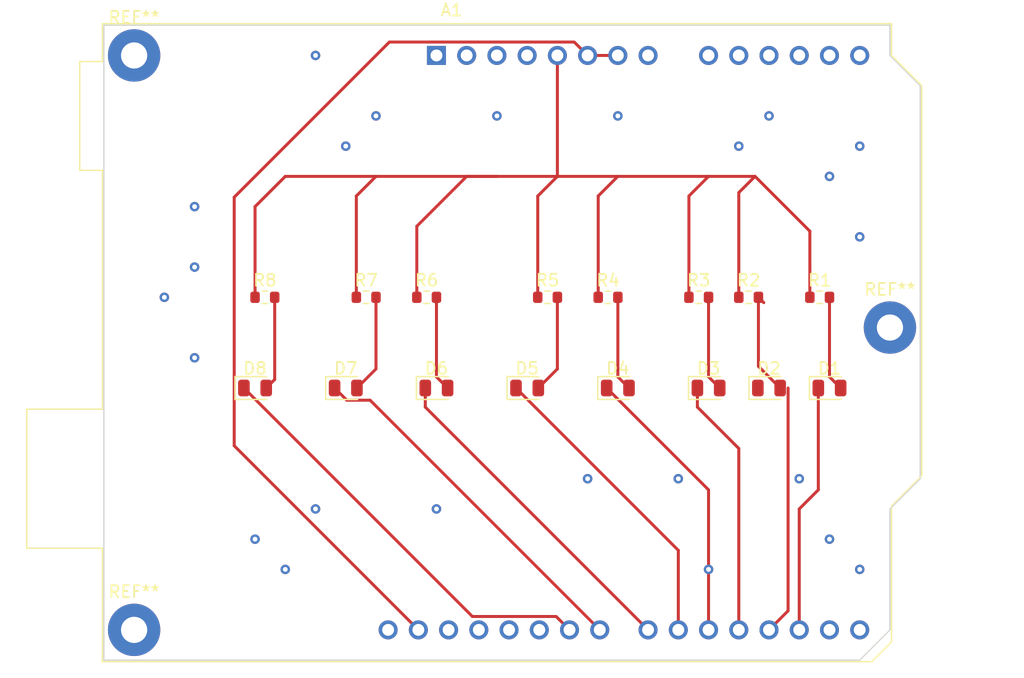
<source format=kicad_pcb>
(kicad_pcb (version 20221018) (generator pcbnew)
  (layers (0 "F.Cu" signal) (31 "B.Cu" signal) (34 "B.Paste" user) (35 "F.Paste" user) (36 "B.SilkS" user "B.Silkscreen") (37 "F.SilkS" user "F.Silkscreen") (38 "B.Mask" user) (39 "F.Mask" user) (44 "Edge.Cuts" user))
  (net 0 "")
  (net 5 "Net-(A1-+5V)")
  (net 6 "GND")
  (net 16 "Net-(A1-D2)")
  (net 17 "Net-(A1-D3)")
  (net 18 "Net-(A1-D4)")
  (net 19 "Net-(A1-D5)")
  (net 20 "Net-(A1-D6)")
  (net 21 "Net-(A1-D8)")
  (net 22 "Net-(A1-D9)")
  (net 28 "Net-(D1-A)")
  (net 29 "Net-(D2-A)")
  (net 30 "Net-(A1-D7)")
  (net 31 "Net-(D3-A)")
  (net 32 "Net-(D4-A)")
  (net 33 "Net-(D5-A)")
  (net 34 "Net-(D6-A)")
  (net 35 "Net-(D7-A)")
  (net 36 "Net-(D8-A)")
  (footprint "Resistor_SMD:R_0603_1608Metric" (layer "F.Cu") (at 128.715 88.9)
    (fp_text reference "R6" (at 0 -1.43) (layer "F.SilkS"))
    (fp_text value "R_Small_US")
    (fp_line (start -0.237258 -0.5225) (end 0.237258 -0.5225) (stroke (width 0.12)) (layer "F.SilkS"))
    (fp_line (start -0.237258 0.5225) (end 0.237258 0.5225) (stroke (width 0.12)) (layer "F.SilkS"))
    (pad "1" smd roundrect (at -0.825 0) (size 0.8 0.95) (layers "F.Cu" "F.Paste" "F.Mask") (net 5 "Net-(A1-+5V)"))
    (pad "2" smd roundrect (at 0.825 0) (size 0.8 0.95) (layers "F.Cu" "F.Paste" "F.Mask") (net 34 "Net-(D6-A)"))
  )
  (footprint "MountingHole:MountingHole_2.2mm_M2_Pad" (layer "F.Cu") (at 167.64 91.44)
    (fp_text reference "REF**" (at 0 -3.2) (layer "F.SilkS"))
    (fp_text value "MountingHole_2.2mm_M2_Pad")
    (pad "1" thru_hole circle (at 0 0) (size 4.4 4.4) (drill 2.2) (layers "*.Cu" "*.Mask"))
  )
  (footprint "MountingHole:MountingHole_2.2mm_M2_Pad" (layer "F.Cu") (at 104.14 116.84)
    (fp_text reference "REF**" (at 0 -3.2) (layer "F.SilkS"))
    (fp_text value "MountingHole_2.2mm_M2_Pad")
    (pad "1" thru_hole circle (at 0 0) (size 4.4 4.4) (drill 2.2) (layers "*.Cu" "*.Mask"))
  )
  (footprint "LED_SMD:LED_0805_2012Metric" (layer "F.Cu") (at 162.56 96.52)
    (fp_text reference "D1" (at 0 -1.65) (layer "F.SilkS"))
    (fp_text value "LED")
    (fp_line (start -1.685 -0.96) (end -1.685 0.96) (stroke (width 0.12)) (layer "F.SilkS"))
    (fp_line (start -1.685 0.96) (end 1 0.96) (stroke (width 0.12)) (layer "F.SilkS"))
    (fp_line (start 1 -0.96) (end -1.685 -0.96) (stroke (width 0.12)) (layer "F.SilkS"))
    (pad "1" smd roundrect (at -0.9375 0) (size 0.975 1.4) (layers "F.Cu" "F.Paste" "F.Mask") (net 16 "Net-(A1-D2)"))
    (pad "2" smd roundrect (at 0.9375 0) (size 0.975 1.4) (layers "F.Cu" "F.Paste" "F.Mask") (net 28 "Net-(D1-A)"))
  )
  (footprint "LED_SMD:LED_0805_2012Metric" (layer "F.Cu") (at 114.3 96.52)
    (fp_text reference "D8" (at 0 -1.65) (layer "F.SilkS"))
    (fp_text value "LED")
    (fp_line (start -1.685 -0.96) (end -1.685 0.96) (stroke (width 0.12)) (layer "F.SilkS"))
    (fp_line (start -1.685 0.96) (end 1 0.96) (stroke (width 0.12)) (layer "F.SilkS"))
    (fp_line (start 1 -0.96) (end -1.685 -0.96) (stroke (width 0.12)) (layer "F.SilkS"))
    (pad "1" smd roundrect (at -0.9375 0) (size 0.975 1.4) (layers "F.Cu" "F.Paste" "F.Mask") (net 22 "Net-(A1-D9)"))
    (pad "2" smd roundrect (at 0.9375 0) (size 0.975 1.4) (layers "F.Cu" "F.Paste" "F.Mask") (net 36 "Net-(D8-A)"))
  )
  (footprint "Resistor_SMD:R_0603_1608Metric" (layer "F.Cu") (at 115.125 88.9)
    (fp_text reference "R8" (at 0 -1.43) (layer "F.SilkS"))
    (fp_text value "R_Small_US")
    (fp_line (start -0.237258 -0.5225) (end 0.237258 -0.5225) (stroke (width 0.12)) (layer "F.SilkS"))
    (fp_line (start -0.237258 0.5225) (end 0.237258 0.5225) (stroke (width 0.12)) (layer "F.SilkS"))
    (pad "1" smd roundrect (at -0.825 0) (size 0.8 0.95) (layers "F.Cu" "F.Paste" "F.Mask") (net 5 "Net-(A1-+5V)"))
    (pad "2" smd roundrect (at 0.825 0) (size 0.8 0.95) (layers "F.Cu" "F.Paste" "F.Mask") (net 36 "Net-(D8-A)"))
  )
  (footprint "Resistor_SMD:R_0603_1608Metric" (layer "F.Cu") (at 155.765 88.9)
    (fp_text reference "R2" (at 0 -1.43) (layer "F.SilkS"))
    (fp_text value "R_Small_US")
    (fp_line (start -0.237258 -0.5225) (end 0.237258 -0.5225) (stroke (width 0.12)) (layer "F.SilkS"))
    (fp_line (start -0.237258 0.5225) (end 0.237258 0.5225) (stroke (width 0.12)) (layer "F.SilkS"))
    (pad "1" smd roundrect (at -0.825 0) (size 0.8 0.95) (layers "F.Cu" "F.Paste" "F.Mask") (net 5 "Net-(A1-+5V)"))
    (pad "2" smd roundrect (at 0.825 0) (size 0.8 0.95) (layers "F.Cu" "F.Paste" "F.Mask") (net 29 "Net-(D2-A)"))
  )
  (footprint "LED_SMD:LED_0805_2012Metric" (layer "F.Cu") (at 129.54 96.52)
    (fp_text reference "D6" (at 0 -1.65) (layer "F.SilkS"))
    (fp_text value "LED")
    (fp_line (start -1.685 -0.96) (end -1.685 0.96) (stroke (width 0.12)) (layer "F.SilkS"))
    (fp_line (start -1.685 0.96) (end 1 0.96) (stroke (width 0.12)) (layer "F.SilkS"))
    (fp_line (start 1 -0.96) (end -1.685 -0.96) (stroke (width 0.12)) (layer "F.SilkS"))
    (pad "1" smd roundrect (at -0.9375 0) (size 0.975 1.4) (layers "F.Cu" "F.Paste" "F.Mask") (net 30 "Net-(A1-D7)"))
    (pad "2" smd roundrect (at 0.9375 0) (size 0.975 1.4) (layers "F.Cu" "F.Paste" "F.Mask") (net 34 "Net-(D6-A)"))
  )
  (footprint "LED_SMD:LED_0805_2012Metric" (layer "F.Cu") (at 137.16 96.52)
    (fp_text reference "D5" (at 0 -1.65) (layer "F.SilkS"))
    (fp_text value "LED")
    (fp_line (start -1.685 -0.96) (end -1.685 0.96) (stroke (width 0.12)) (layer "F.SilkS"))
    (fp_line (start -1.685 0.96) (end 1 0.96) (stroke (width 0.12)) (layer "F.SilkS"))
    (fp_line (start 1 -0.96) (end -1.685 -0.96) (stroke (width 0.12)) (layer "F.SilkS"))
    (pad "1" smd roundrect (at -0.9375 0) (size 0.975 1.4) (layers "F.Cu" "F.Paste" "F.Mask") (net 20 "Net-(A1-D6)"))
    (pad "2" smd roundrect (at 0.9375 0) (size 0.975 1.4) (layers "F.Cu" "F.Paste" "F.Mask") (net 33 "Net-(D5-A)"))
  )
  (footprint "LED_SMD:LED_0805_2012Metric" (layer "F.Cu") (at 152.4 96.52)
    (fp_text reference "D3" (at 0 -1.65) (layer "F.SilkS"))
    (fp_text value "LED")
    (fp_line (start -1.685 -0.96) (end -1.685 0.96) (stroke (width 0.12)) (layer "F.SilkS"))
    (fp_line (start -1.685 0.96) (end 1 0.96) (stroke (width 0.12)) (layer "F.SilkS"))
    (fp_line (start 1 -0.96) (end -1.685 -0.96) (stroke (width 0.12)) (layer "F.SilkS"))
    (pad "1" smd roundrect (at -0.9375 0) (size 0.975 1.4) (layers "F.Cu" "F.Paste" "F.Mask") (net 18 "Net-(A1-D4)"))
    (pad "2" smd roundrect (at 0.9375 0) (size 0.975 1.4) (layers "F.Cu" "F.Paste" "F.Mask") (net 31 "Net-(D3-A)"))
  )
  (footprint "MountingHole:MountingHole_2.2mm_M2_Pad" (layer "F.Cu") (at 104.14 68.58)
    (fp_text reference "REF**" (at 0 -3.2) (layer "F.SilkS"))
    (fp_text value "MountingHole_2.2mm_M2_Pad")
    (pad "1" thru_hole circle (at 0 0) (size 4.4 4.4) (drill 2.2) (layers "*.Cu" "*.Mask"))
  )
  (footprint "Resistor_SMD:R_0603_1608Metric" (layer "F.Cu") (at 151.575 88.9)
    (fp_text reference "R3" (at 0 -1.43) (layer "F.SilkS"))
    (fp_text value "R_Small_US")
    (fp_line (start -0.237258 -0.5225) (end 0.237258 -0.5225) (stroke (width 0.12)) (layer "F.SilkS"))
    (fp_line (start -0.237258 0.5225) (end 0.237258 0.5225) (stroke (width 0.12)) (layer "F.SilkS"))
    (pad "1" smd roundrect (at -0.825 0) (size 0.8 0.95) (layers "F.Cu" "F.Paste" "F.Mask") (net 5 "Net-(A1-+5V)"))
    (pad "2" smd roundrect (at 0.825 0) (size 0.8 0.95) (layers "F.Cu" "F.Paste" "F.Mask") (net 31 "Net-(D3-A)"))
  )
  (footprint "Resistor_SMD:R_0603_1608Metric" (layer "F.Cu") (at 143.955 88.9)
    (fp_text reference "R4" (at 0 -1.43) (layer "F.SilkS"))
    (fp_text value "R_Small_US")
    (fp_line (start -0.237258 -0.5225) (end 0.237258 -0.5225) (stroke (width 0.12)) (layer "F.SilkS"))
    (fp_line (start -0.237258 0.5225) (end 0.237258 0.5225) (stroke (width 0.12)) (layer "F.SilkS"))
    (pad "1" smd roundrect (at -0.825 0) (size 0.8 0.95) (layers "F.Cu" "F.Paste" "F.Mask") (net 5 "Net-(A1-+5V)"))
    (pad "2" smd roundrect (at 0.825 0) (size 0.8 0.95) (layers "F.Cu" "F.Paste" "F.Mask") (net 32 "Net-(D4-A)"))
  )
  (footprint "Resistor_SMD:R_0603_1608Metric" (layer "F.Cu") (at 123.635 88.9)
    (fp_text reference "R7" (at 0 -1.43) (layer "F.SilkS"))
    (fp_text value "R_Small_US")
    (fp_line (start -0.237258 -0.5225) (end 0.237258 -0.5225) (stroke (width 0.12)) (layer "F.SilkS"))
    (fp_line (start -0.237258 0.5225) (end 0.237258 0.5225) (stroke (width 0.12)) (layer "F.SilkS"))
    (pad "1" smd roundrect (at -0.825 0) (size 0.8 0.95) (layers "F.Cu" "F.Paste" "F.Mask") (net 5 "Net-(A1-+5V)"))
    (pad "2" smd roundrect (at 0.825 0) (size 0.8 0.95) (layers "F.Cu" "F.Paste" "F.Mask") (net 35 "Net-(D7-A)"))
  )
  (footprint "Resistor_SMD:R_0603_1608Metric" (layer "F.Cu") (at 161.735 88.9)
    (fp_text reference "R1" (at 0 -1.43) (layer "F.SilkS"))
    (fp_text value "R_Small_US")
    (fp_line (start -0.237258 -0.5225) (end 0.237258 -0.5225) (stroke (width 0.12)) (layer "F.SilkS"))
    (fp_line (start -0.237258 0.5225) (end 0.237258 0.5225) (stroke (width 0.12)) (layer "F.SilkS"))
    (pad "1" smd roundrect (at -0.825 0) (size 0.8 0.95) (layers "F.Cu" "F.Paste" "F.Mask") (net 5 "Net-(A1-+5V)"))
    (pad "2" smd roundrect (at 0.825 0) (size 0.8 0.95) (layers "F.Cu" "F.Paste" "F.Mask") (net 28 "Net-(D1-A)"))
  )
  (footprint "LED_SMD:LED_0805_2012Metric" (layer "F.Cu") (at 157.48 96.52)
    (fp_text reference "D2" (at 0 -1.65) (layer "F.SilkS"))
    (fp_text value "LED")
    (fp_line (start -1.685 -0.96) (end -1.685 0.96) (stroke (width 0.12)) (layer "F.SilkS"))
    (fp_line (start -1.685 0.96) (end 1 0.96) (stroke (width 0.12)) (layer "F.SilkS"))
    (fp_line (start 1 -0.96) (end -1.685 -0.96) (stroke (width 0.12)) (layer "F.SilkS"))
    (pad "1" smd roundrect (at -0.9375 0) (size 0.975 1.4) (layers "F.Cu" "F.Paste" "F.Mask") (net 17 "Net-(A1-D3)"))
    (pad "2" smd roundrect (at 0.9375 0) (size 0.975 1.4) (layers "F.Cu" "F.Paste" "F.Mask") (net 29 "Net-(D2-A)"))
  )
  (footprint "LED_SMD:LED_0805_2012Metric" (layer "F.Cu") (at 144.78 96.52)
    (fp_text reference "D4" (at 0 -1.65) (layer "F.SilkS"))
    (fp_text value "LED")
    (fp_line (start -1.685 -0.96) (end -1.685 0.96) (stroke (width 0.12)) (layer "F.SilkS"))
    (fp_line (start -1.685 0.96) (end 1 0.96) (stroke (width 0.12)) (layer "F.SilkS"))
    (fp_line (start 1 -0.96) (end -1.685 -0.96) (stroke (width 0.12)) (layer "F.SilkS"))
    (pad "1" smd roundrect (at -0.9375 0) (size 0.975 1.4) (layers "F.Cu" "F.Paste" "F.Mask") (net 19 "Net-(A1-D5)"))
    (pad "2" smd roundrect (at 0.9375 0) (size 0.975 1.4) (layers "F.Cu" "F.Paste" "F.Mask") (net 32 "Net-(D4-A)"))
  )
  (footprint "Resistor_SMD:R_0603_1608Metric" (layer "F.Cu") (at 138.875 88.9)
    (fp_text reference "R5" (at 0 -1.43) (layer "F.SilkS"))
    (fp_text value "R_Small_US")
    (fp_line (start -0.237258 -0.5225) (end 0.237258 -0.5225) (stroke (width 0.12)) (layer "F.SilkS"))
    (fp_line (start -0.237258 0.5225) (end 0.237258 0.5225) (stroke (width 0.12)) (layer "F.SilkS"))
    (pad "1" smd roundrect (at -0.825 0) (size 0.8 0.95) (layers "F.Cu" "F.Paste" "F.Mask") (net 5 "Net-(A1-+5V)"))
    (pad "2" smd roundrect (at 0.825 0) (size 0.8 0.95) (layers "F.Cu" "F.Paste" "F.Mask") (net 33 "Net-(D5-A)"))
  )
  (footprint "Module:Arduino_UNO_R2" (layer "F.Cu") (at 129.54 68.58)
    (fp_text reference "A1" (at 1.27 -3.81 180) (layer "F.SilkS"))
    (fp_text value "Arduino_UNO_R2")
    (fp_line (start -34.42 29.72) (end -34.42 41.4) (stroke (width 0.12)) (layer "F.SilkS"))
    (fp_line (start -34.42 41.4) (end -28.07 41.4) (stroke (width 0.12)) (layer "F.SilkS"))
    (fp_line (start -29.97 0.51) (end -29.97 9.65) (stroke (width 0.12)) (layer "F.SilkS"))
    (fp_line (start -29.97 9.65) (end -28.07 9.65) (stroke (width 0.12)) (layer "F.SilkS"))
    (fp_line (start -28.07 -2.67) (end -28.07 0.51) (stroke (width 0.12)) (layer "F.SilkS"))
    (fp_line (start -28.07 0.51) (end -29.97 0.51) (stroke (width 0.12)) (layer "F.SilkS"))
    (fp_line (start -28.07 9.65) (end -28.07 29.72) (stroke (width 0.12)) (layer "F.SilkS"))
    (fp_line (start -28.07 29.72) (end -34.42 29.72) (stroke (width 0.12)) (layer "F.SilkS"))
    (fp_line (start -28.07 41.4) (end -28.07 50.93) (stroke (width 0.12)) (layer "F.SilkS"))
    (fp_line (start -28.07 50.93) (end 36.58 50.93) (stroke (width 0.12)) (layer "F.SilkS"))
    (fp_line (start 36.58 50.93) (end 38.23 49.28) (stroke (width 0.12)) (layer "F.SilkS"))
    (fp_line (start 38.23 -2.67) (end -28.07 -2.67) (stroke (width 0.12)) (layer "F.SilkS"))
    (fp_line (start 38.23 0) (end 38.23 -2.67) (stroke (width 0.12)) (layer "F.SilkS"))
    (fp_line (start 38.23 37.85) (end 40.77 35.31) (stroke (width 0.12)) (layer "F.SilkS"))
    (fp_line (start 38.23 49.28) (end 38.23 37.85) (stroke (width 0.12)) (layer "F.SilkS"))
    (fp_line (start 40.77 2.54) (end 38.23 0) (stroke (width 0.12)) (layer "F.SilkS"))
    (fp_line (start 40.77 35.31) (end 40.77 2.54) (stroke (width 0.12)) (layer "F.SilkS"))
    (pad "1" thru_hole rect (at 0 0 90) (size 1.6 1.6) (drill 1) (layers "*.Cu" "*.Mask"))
    (pad "2" thru_hole oval (at 2.54 0 90) (size 1.6 1.6) (drill 1) (layers "*.Cu" "*.Mask"))
    (pad "3" thru_hole oval (at 5.08 0 90) (size 1.6 1.6) (drill 1) (layers "*.Cu" "*.Mask"))
    (pad "4" thru_hole oval (at 7.62 0 90) (size 1.6 1.6) (drill 1) (layers "*.Cu" "*.Mask"))
    (pad "5" thru_hole oval (at 10.16 0 90) (size 1.6 1.6) (drill 1) (layers "*.Cu" "*.Mask") (net 5 "Net-(A1-+5V)"))
    (pad "6" thru_hole oval (at 12.7 0 90) (size 1.6 1.6) (drill 1) (layers "*.Cu" "*.Mask") (net 6 "GND"))
    (pad "7" thru_hole oval (at 15.24 0 90) (size 1.6 1.6) (drill 1) (layers "*.Cu" "*.Mask") (net 6 "GND"))
    (pad "8" thru_hole oval (at 17.78 0 90) (size 1.6 1.6) (drill 1) (layers "*.Cu" "*.Mask"))
    (pad "9" thru_hole oval (at 22.86 0 90) (size 1.6 1.6) (drill 1) (layers "*.Cu" "*.Mask"))
    (pad "10" thru_hole oval (at 25.4 0 90) (size 1.6 1.6) (drill 1) (layers "*.Cu" "*.Mask"))
    (pad "11" thru_hole oval (at 27.94 0 90) (size 1.6 1.6) (drill 1) (layers "*.Cu" "*.Mask"))
    (pad "12" thru_hole oval (at 30.48 0 90) (size 1.6 1.6) (drill 1) (layers "*.Cu" "*.Mask"))
    (pad "13" thru_hole oval (at 33.02 0 90) (size 1.6 1.6) (drill 1) (layers "*.Cu" "*.Mask"))
    (pad "14" thru_hole oval (at 35.56 0 90) (size 1.6 1.6) (drill 1) (layers "*.Cu" "*.Mask"))
    (pad "15" thru_hole oval (at 35.56 48.26 90) (size 1.6 1.6) (drill 1) (layers "*.Cu" "*.Mask"))
    (pad "16" thru_hole oval (at 33.02 48.26 90) (size 1.6 1.6) (drill 1) (layers "*.Cu" "*.Mask"))
    (pad "17" thru_hole oval (at 30.48 48.26 90) (size 1.6 1.6) (drill 1) (layers "*.Cu" "*.Mask") (net 16 "Net-(A1-D2)"))
    (pad "18" thru_hole oval (at 27.94 48.26 90) (size 1.6 1.6) (drill 1) (layers "*.Cu" "*.Mask") (net 17 "Net-(A1-D3)"))
    (pad "19" thru_hole oval (at 25.4 48.26 90) (size 1.6 1.6) (drill 1) (layers "*.Cu" "*.Mask") (net 18 "Net-(A1-D4)"))
    (pad "20" thru_hole oval (at 22.86 48.26 90) (size 1.6 1.6) (drill 1) (layers "*.Cu" "*.Mask") (net 19 "Net-(A1-D5)"))
    (pad "21" thru_hole oval (at 20.32 48.26 90) (size 1.6 1.6) (drill 1) (layers "*.Cu" "*.Mask") (net 20 "Net-(A1-D6)"))
    (pad "22" thru_hole oval (at 17.78 48.26 90) (size 1.6 1.6) (drill 1) (layers "*.Cu" "*.Mask") (net 30 "Net-(A1-D7)"))
    (pad "23" thru_hole oval (at 13.72 48.26 90) (size 1.6 1.6) (drill 1) (layers "*.Cu" "*.Mask") (net 21 "Net-(A1-D8)"))
    (pad "24" thru_hole oval (at 11.18 48.26 90) (size 1.6 1.6) (drill 1) (layers "*.Cu" "*.Mask") (net 22 "Net-(A1-D9)"))
    (pad "25" thru_hole oval (at 8.64 48.26 90) (size 1.6 1.6) (drill 1) (layers "*.Cu" "*.Mask"))
    (pad "26" thru_hole oval (at 6.1 48.26 90) (size 1.6 1.6) (drill 1) (layers "*.Cu" "*.Mask"))
    (pad "27" thru_hole oval (at 3.56 48.26 90) (size 1.6 1.6) (drill 1) (layers "*.Cu" "*.Mask"))
    (pad "28" thru_hole oval (at 1.02 48.26 90) (size 1.6 1.6) (drill 1) (layers "*.Cu" "*.Mask"))
    (pad "29" thru_hole oval (at -1.52 48.26 90) (size 1.6 1.6) (drill 1) (layers "*.Cu" "*.Mask") (net 6 "GND"))
    (pad "30" thru_hole oval (at -4.06 48.26 90) (size 1.6 1.6) (drill 1) (layers "*.Cu" "*.Mask"))
  )
  (footprint "LED_SMD:LED_0805_2012Metric" (layer "F.Cu") (at 121.92 96.52)
    (fp_text reference "D7" (at 0 -1.65) (layer "F.SilkS"))
    (fp_text value "LED")
    (fp_line (start -1.685 -0.96) (end -1.685 0.96) (stroke (width 0.12)) (layer "F.SilkS"))
    (fp_line (start -1.685 0.96) (end 1 0.96) (stroke (width 0.12)) (layer "F.SilkS"))
    (fp_line (start 1 -0.96) (end -1.685 -0.96) (stroke (width 0.12)) (layer "F.SilkS"))
    (pad "1" smd roundrect (at -0.9375 0) (size 0.975 1.4) (layers "F.Cu" "F.Paste" "F.Mask") (net 21 "Net-(A1-D8)"))
    (pad "2" smd roundrect (at 0.9375 0) (size 0.975 1.4) (layers "F.Cu" "F.Paste" "F.Mask") (net 35 "Net-(D7-A)"))
  )
  (gr_line (start 167.64 106.68) (end 167.64 116.84) (stroke (width 0.1)) (layer "Edge.Cuts"))
  (gr_line (start 165.1 119.38) (end 101.6 119.38) (stroke (width 0.1)) (layer "Edge.Cuts"))
  (gr_line (start 170.18 71.12) (end 170.18 104.14) (stroke (width 0.1)) (layer "Edge.Cuts"))
  (gr_line (start 170.18 104.14) (end 167.64 106.68) (stroke (width 0.1)) (layer "Edge.Cuts"))
  (gr_line (start 167.64 68.58) (end 170.18 71.12) (stroke (width 0.1)) (layer "Edge.Cuts"))
  (gr_line (start 101.6 66.04) (end 167.64 66.04) (stroke (width 0.1)) (layer "Edge.Cuts"))
  (gr_line (start 101.6 119.38) (end 101.6 66.04) (stroke (width 0.1)) (layer "Edge.Cuts"))
  (gr_line (start 167.64 66.04) (end 167.64 68.58) (stroke (width 0.1)) (layer "Edge.Cuts"))
  (gr_line (start 167.64 116.84) (end 165.1 119.38) (stroke (width 0.1)) (layer "Edge.Cuts"))
  (via (at 134.62 73.66) (size 0.8) (drill 0.4) (layers "F.Cu" "B.Cu") (net 0))
  (via (at 162.56 109.22) (size 0.8) (drill 0.4) (layers "F.Cu" "B.Cu") (net 0))
  (via (at 121.92 76.2) (size 0.8) (drill 0.4) (layers "F.Cu" "B.Cu") (net 0))
  (via (at 119.38 68.58) (size 0.8) (drill 0.4) (layers "F.Cu" "B.Cu") (net 0))
  (via (at 129.54 106.68) (size 0.8) (drill 0.4) (layers "F.Cu" "B.Cu") (net 0))
  (via (at 109.22 93.98) (size 0.8) (drill 0.4) (layers "F.Cu" "B.Cu") (net 0))
  (via (at 157.48 73.66) (size 0.8) (drill 0.4) (layers "F.Cu" "B.Cu") (net 0))
  (via (at 160.02 104.14) (size 0.8) (drill 0.4) (layers "F.Cu" "B.Cu") (net 0))
  (via (at 144.78 73.66) (size 0.8) (drill 0.4) (layers "F.Cu" "B.Cu") (net 0))
  (via (at 114.3 109.22) (size 0.8) (drill 0.4) (layers "F.Cu" "B.Cu") (net 0))
  (via (at 124.46 73.66) (size 0.8) (drill 0.4) (layers "F.Cu" "B.Cu") (net 0))
  (via (at 119.38 106.68) (size 0.8) (drill 0.4) (layers "F.Cu" "B.Cu") (net 0))
  (via (at 165.1 111.76) (size 0.8) (drill 0.4) (layers "F.Cu" "B.Cu") (net 0))
  (via (at 165.1 83.82) (size 0.8) (drill 0.4) (layers "F.Cu" "B.Cu") (net 0))
  (via (at 149.86 104.14) (size 0.8) (drill 0.4) (layers "F.Cu" "B.Cu") (net 0))
  (via (at 106.68 88.9) (size 0.8) (drill 0.4) (layers "F.Cu" "B.Cu") (net 0))
  (via (at 162.56 78.74) (size 0.8) (drill 0.4) (layers "F.Cu" "B.Cu") (net 0))
  (via (at 142.24 104.14) (size 0.8) (drill 0.4) (layers "F.Cu" "B.Cu") (net 0))
  (via (at 109.22 81.28) (size 0.8) (drill 0.4) (layers "F.Cu" "B.Cu") (net 0))
  (via (at 154.94 76.2) (size 0.8) (drill 0.4) (layers "F.Cu" "B.Cu") (net 0))
  (via (at 116.84 111.76) (size 0.8) (drill 0.4) (layers "F.Cu" "B.Cu") (net 0))
  (via (at 165.1 76.2) (size 0.8) (drill 0.4) (layers "F.Cu" "B.Cu") (net 0))
  (via (at 109.22 86.36) (size 0.8) (drill 0.4) (layers "F.Cu" "B.Cu") (net 0))
  (segment (start 139.7 68.58) (end 139.7 78.74) (width 0.25) (layer "F.Cu") (net 5))
  (segment (start 152.4 78.74) (end 139.7 78.74) (width 0.25) (layer "F.Cu") (net 5))
  (segment (start 139.7 78.74) (end 124.46 78.74) (width 0.25) (layer "F.Cu") (net 5))
  (segment (start 156.305 78.74) (end 152.4 78.74) (width 0.25) (layer "F.Cu") (net 5))
  (segment (start 160.91 88.9) (end 160.91 83.345) (width 0.25) (layer "F.Cu") (net 5))
  (segment (start 132.08 78.74) (end 134.62 78.74) (width 0.25) (layer "F.Cu") (net 5))
  (segment (start 122.81 80.39) (end 124.46 78.74) (width 0.25) (layer "F.Cu") (net 5))
  (segment (start 150.75 80.39) (end 152.4 78.74) (width 0.25) (layer "F.Cu") (net 5))
  (segment (start 143.13 88.9) (end 143.13 80.39) (width 0.25) (layer "F.Cu") (net 5))
  (segment (start 127.89 82.93) (end 132.08 78.74) (width 0.25) (layer "F.Cu") (net 5))
  (segment (start 114.3 81.28) (end 114.3 88.9) (width 0.25) (layer "F.Cu") (net 5))
  (segment (start 154.94 88.9) (end 154.94 80.105) (width 0.25) (layer "F.Cu") (net 5))
  (segment (start 150.75 88.9) (end 150.75 80.39) (width 0.25) (layer "F.Cu") (net 5))
  (segment (start 122.81 88.9) (end 122.81 80.39) (width 0.25) (layer "F.Cu") (net 5))
  (segment (start 127.89 88.9) (end 127.89 82.93) (width 0.25) (layer "F.Cu") (net 5))
  (segment (start 143.13 80.39) (end 144.78 78.74) (width 0.25) (layer "F.Cu") (net 5))
  (segment (start 160.91 83.345) (end 156.305 78.74) (width 0.25) (layer "F.Cu") (net 5))
  (segment (start 138.05 80.39) (end 139.7 78.74) (width 0.25) (layer "F.Cu") (net 5))
  (segment (start 124.46 78.74) (end 116.84 78.74) (width 0.25) (layer "F.Cu") (net 5))
  (segment (start 116.84 78.74) (end 114.3 81.28) (width 0.25) (layer "F.Cu") (net 5))
  (segment (start 138.05 88.9) (end 138.05 80.39) (width 0.25) (layer "F.Cu") (net 5))
  (segment (start 154.94 80.105) (end 156.305 78.74) (width 0.25) (layer "F.Cu") (net 5))
  (segment (start 112.55 101.37) (end 112.55 80.49) (width 0.25) (layer "F.Cu") (net 6))
  (segment (start 128.02 116.84) (end 112.55 101.37) (width 0.25) (layer "F.Cu") (net 6))
  (segment (start 112.55 80.49) (end 125.585 67.455) (width 0.25) (layer "F.Cu") (net 6))
  (segment (start 125.585 67.455) (end 141.115 67.455) (width 0.25) (layer "F.Cu") (net 6))
  (segment (start 141.115 67.455) (end 142.24 68.58) (width 0.25) (layer "F.Cu") (net 6))
  (segment (start 142.24 68.58) (end 144.78 68.58) (width 0.25) (layer "F.Cu") (net 6))
  (segment (start 160.02 106.68) (end 160.02 116.84) (width 0.25) (layer "F.Cu") (net 16))
  (segment (start 161.6225 96.52) (end 161.6225 105.0775) (width 0.25) (layer "F.Cu") (net 16))
  (segment (start 161.6225 105.0775) (end 160.02 106.68) (width 0.25) (layer "F.Cu") (net 16))
  (segment (start 159.0825 115.2375) (end 157.48 116.84) (width 0.25) (layer "F.Cu") (net 17))
  (segment (start 159.0825 96.52) (end 159.0825 115.2375) (width 0.25) (layer "F.Cu") (net 17))
  (segment (start 154.94 101.6) (end 151.4625 98.1225) (width 0.25) (layer "F.Cu") (net 18))
  (segment (start 154.94 116.84) (end 154.94 101.6) (width 0.25) (layer "F.Cu") (net 18))
  (segment (start 151.4625 98.1225) (end 151.4625 96.52) (width 0.25) (layer "F.Cu") (net 18))
  (segment (start 152.4 105.0775) (end 143.8425 96.52) (width 0.25) (layer "F.Cu") (net 19))
  (segment (start 152.4 116.84) (end 152.4 111.76) (width 0.25) (layer "F.Cu") (net 19))
  (segment (start 152.4 111.76) (end 152.4 105.0775) (width 0.25) (layer "F.Cu") (net 19))
  (via (at 152.4 111.76) (size 0.8) (drill 0.4) (layers "F.Cu" "B.Cu") (net 19))
  (segment (start 149.86 110.1575) (end 136.2225 96.52) (width 0.25) (layer "F.Cu") (net 20))
  (segment (start 149.86 116.84) (end 149.86 110.1575) (width 0.25) (layer "F.Cu") (net 20))
  (segment (start 123.965 97.545) (end 122.0075 97.545) (width 0.25) (layer "F.Cu") (net 21))
  (segment (start 122.0075 97.545) (end 120.9825 96.52) (width 0.25) (layer "F.Cu") (net 21))
  (segment (start 143.26 116.84) (end 123.965 97.545) (width 0.25) (layer "F.Cu") (net 21))
  (segment (start 139.595 115.715) (end 132.5575 115.715) (width 0.25) (layer "F.Cu") (net 22))
  (segment (start 140.72 116.84) (end 139.595 115.715) (width 0.25) (layer "F.Cu") (net 22))
  (segment (start 132.5575 115.715) (end 113.3625 96.52) (width 0.25) (layer "F.Cu") (net 22))
  (segment (start 162.56 95.5825) (end 163.4975 96.52) (width 0.25) (layer "F.Cu") (net 28))
  (segment (start 162.56 88.9) (end 162.56 95.5825) (width 0.25) (layer "F.Cu") (net 28))
  (segment (start 156.59 88.9) (end 157.04 89.35) (width 0.25) (layer "F.Cu") (net 29))
  (segment (start 156.59 88.9) (end 156.59 94.6925) (width 0.25) (layer "F.Cu") (net 29))
  (segment (start 156.59 94.6925) (end 158.4175 96.52) (width 0.25) (layer "F.Cu") (net 29))
  (segment (start 128.6025 96.52) (end 128.6025 98.1225) (width 0.25) (layer "F.Cu") (net 30))
  (segment (start 128.6025 98.1225) (end 147.32 116.84) (width 0.25) (layer "F.Cu") (net 30))
  (segment (start 152.4 88.9) (end 152.4 95.5825) (width 0.25) (layer "F.Cu") (net 31))
  (segment (start 152.4 95.5825) (end 153.3375 96.52) (width 0.25) (layer "F.Cu") (net 31))
  (segment (start 144.78 88.9) (end 144.78 95.5825) (width 0.25) (layer "F.Cu") (net 32))
  (segment (start 144.78 95.5825) (end 145.7175 96.52) (width 0.25) (layer "F.Cu") (net 32))
  (segment (start 139.7 88.9) (end 139.7 94.9175) (width 0.25) (layer "F.Cu") (net 33))
  (segment (start 139.7 94.9175) (end 138.0975 96.52) (width 0.25) (layer "F.Cu") (net 33))
  (segment (start 129.54 95.5825) (end 130.4775 96.52) (width 0.25) (layer "F.Cu") (net 34))
  (segment (start 129.54 88.9) (end 129.54 95.5825) (width 0.25) (layer "F.Cu") (net 34))
  (segment (start 124.46 94.9175) (end 122.8575 96.52) (width 0.25) (layer "F.Cu") (net 35))
  (segment (start 124.46 88.9) (end 124.46 94.9175) (width 0.25) (layer "F.Cu") (net 35))
  (segment (start 115.95 88.9) (end 115.95 95.8075) (width 0.25) (layer "F.Cu") (net 36))
  (segment (start 115.95 95.8075) (end 115.2375 96.52) (width 0.25) (layer "F.Cu") (net 36))
)
</source>
